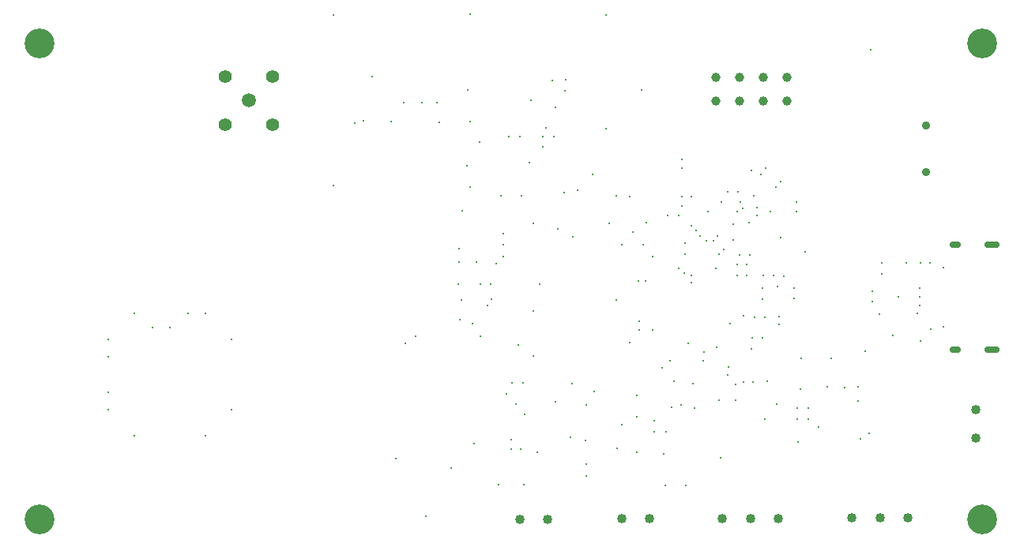
<source format=gbr>
%TF.GenerationSoftware,KiCad,Pcbnew,9.0.1*%
%TF.CreationDate,2025-04-20T12:39:59+07:00*%
%TF.ProjectId,IREC-FlighComputer,49524543-2d46-46c6-9967-68436f6d7075,rev?*%
%TF.SameCoordinates,Original*%
%TF.FileFunction,Plated,1,4,PTH,Mixed*%
%TF.FilePolarity,Positive*%
%FSLAX46Y46*%
G04 Gerber Fmt 4.6, Leading zero omitted, Abs format (unit mm)*
G04 Created by KiCad (PCBNEW 9.0.1) date 2025-04-20 12:39:59*
%MOMM*%
%LPD*%
G01*
G04 APERTURE LIST*
%TA.AperFunction,ViaDrill*%
%ADD10C,0.300000*%
%TD*%
%TA.AperFunction,ComponentDrill*%
%ADD11C,0.300000*%
%TD*%
G04 aperture for slot hole*
%TA.AperFunction,ComponentDrill*%
%ADD12C,0.650000*%
%TD*%
%TA.AperFunction,ComponentDrill*%
%ADD13C,0.890000*%
%TD*%
%TA.AperFunction,ComponentDrill*%
%ADD14C,1.000000*%
%TD*%
%TA.AperFunction,ComponentDrill*%
%ADD15C,1.020000*%
%TD*%
%TA.AperFunction,ComponentDrill*%
%ADD16C,1.397000*%
%TD*%
%TA.AperFunction,ComponentDrill*%
%ADD17C,1.498600*%
%TD*%
%TA.AperFunction,ComponentDrill*%
%ADD18C,3.200000*%
%TD*%
G04 APERTURE END LIST*
D10*
X106399996Y-94699999D03*
X106399996Y-96600000D03*
X106399996Y-100399998D03*
X106399996Y-102299999D03*
X109199998Y-91899997D03*
X109199998Y-105100001D03*
X111100000Y-93500000D03*
X112999998Y-93499998D03*
X114899997Y-91899997D03*
X116799998Y-91899997D03*
X116799998Y-105100001D03*
X119600000Y-94699999D03*
X119600000Y-102299999D03*
X130550000Y-59960000D03*
X130550000Y-78260000D03*
X132800000Y-71530000D03*
X133750000Y-71250000D03*
X134700000Y-66562500D03*
X136700000Y-71397500D03*
X137215000Y-107500000D03*
X138010000Y-69312500D03*
X138240000Y-95170000D03*
X139290000Y-94402500D03*
X140000000Y-69312500D03*
X140400000Y-113700000D03*
X141650000Y-69312500D03*
X141900000Y-71430000D03*
X143100000Y-108500000D03*
X143902500Y-88800000D03*
X143975000Y-84975000D03*
X143975000Y-86425000D03*
X144100000Y-92600000D03*
X144200000Y-90500000D03*
X144330000Y-80900000D03*
X144800000Y-76100000D03*
X144900000Y-67962500D03*
X145130000Y-59860000D03*
X145130000Y-78360000D03*
X145200000Y-71397500D03*
X145400000Y-93000000D03*
X145600000Y-105900000D03*
X145825000Y-86425000D03*
X146200000Y-73532500D03*
X146265000Y-88800000D03*
X146300000Y-94400000D03*
X146985340Y-91100000D03*
X147400000Y-88800000D03*
X147422626Y-90411095D03*
X147960000Y-86563953D03*
X148200000Y-110300000D03*
X148500000Y-79300000D03*
X148700000Y-83400000D03*
X148700000Y-84535000D03*
X148700000Y-85800000D03*
X149100000Y-100600000D03*
X149345000Y-73000000D03*
X149580000Y-105500000D03*
X149580000Y-106500000D03*
X149665000Y-99365000D03*
X150100000Y-101635000D03*
X150300000Y-95300000D03*
X150480000Y-73000000D03*
X150600000Y-106500000D03*
X150667500Y-79300000D03*
X150800000Y-99400000D03*
X150900000Y-110300000D03*
X151000000Y-102750000D03*
X151500000Y-75750000D03*
X151650000Y-69100000D03*
X151900000Y-91700000D03*
X151900000Y-96500000D03*
X151940000Y-82280000D03*
X152402500Y-106807500D03*
X152600000Y-88800000D03*
X152965000Y-73000000D03*
X152965000Y-74100000D03*
X153300000Y-72062500D03*
X154000000Y-67000000D03*
X154100000Y-73000000D03*
X154287500Y-69850000D03*
X154300000Y-101400000D03*
X154529843Y-82870157D03*
X155200000Y-79000000D03*
X155342500Y-68092500D03*
X155400000Y-66900000D03*
X155900000Y-105202500D03*
X156050000Y-99500000D03*
X156168753Y-83731247D03*
X156652108Y-78727123D03*
X157500000Y-105600000D03*
X157588000Y-101790000D03*
X157588000Y-108140000D03*
X157588000Y-109410000D03*
X158300000Y-77050000D03*
X158495000Y-100300000D03*
X159685735Y-72085735D03*
X159710000Y-59960000D03*
X160084485Y-82249525D03*
X160800000Y-79300000D03*
X160800000Y-90500000D03*
X160900000Y-106400000D03*
X161400000Y-84600000D03*
X161400000Y-103900000D03*
X162300000Y-79400000D03*
X162300000Y-95100000D03*
X162600000Y-83250000D03*
X163000000Y-100700000D03*
X163012000Y-103060000D03*
X163012000Y-106870000D03*
X163200000Y-88500000D03*
X163250000Y-92750000D03*
X163250000Y-93750000D03*
X163500000Y-68000000D03*
X163700000Y-84600000D03*
X164000000Y-88500000D03*
X164006456Y-82213130D03*
X164700000Y-93700000D03*
X164750000Y-85850000D03*
X164870000Y-103452500D03*
X164870000Y-104647500D03*
X165700000Y-97767500D03*
X165900000Y-107000000D03*
X166100000Y-110400000D03*
X166120000Y-104627500D03*
X166365000Y-81400000D03*
X166600000Y-97000000D03*
X166750000Y-102000000D03*
X167000000Y-99200000D03*
X167500000Y-81400000D03*
X167520806Y-87150000D03*
X167750000Y-101800000D03*
X167870000Y-76400000D03*
X167880000Y-79400000D03*
X167880000Y-80400000D03*
X167890000Y-75400000D03*
X168082185Y-87650000D03*
X168177341Y-85544841D03*
X168200000Y-84432500D03*
X168300000Y-110400000D03*
X168550000Y-95120425D03*
X168830332Y-87830332D03*
X168900000Y-79400000D03*
X168900000Y-82550000D03*
X168901495Y-88660000D03*
X169000000Y-99500000D03*
X169200000Y-102100000D03*
X169400000Y-83050000D03*
X169800000Y-83600000D03*
X170180000Y-97000000D03*
X170200000Y-96125000D03*
X170450000Y-84150000D03*
X170650000Y-81050000D03*
X171280021Y-84160019D03*
X171500000Y-87100000D03*
X171590000Y-95610000D03*
X171700000Y-83600000D03*
X171800018Y-101260000D03*
X171801748Y-85601748D03*
X172015000Y-107400000D03*
X172100000Y-80000000D03*
X172366336Y-85066336D03*
X172725003Y-98525003D03*
X172800000Y-78900000D03*
X172844238Y-97724999D03*
X173000000Y-93000000D03*
X173351748Y-84051748D03*
X173396489Y-82400000D03*
X173570000Y-99520000D03*
X173580000Y-101290000D03*
X173780000Y-87900000D03*
X173790000Y-86700000D03*
X173800000Y-81000000D03*
X173900000Y-78900000D03*
X174032500Y-85700000D03*
X174100000Y-80000000D03*
X174400000Y-80700000D03*
X174430000Y-99302500D03*
X174480000Y-92200000D03*
X174800000Y-87900000D03*
X174810000Y-86700000D03*
X175088817Y-82189001D03*
X175167500Y-85700000D03*
X175300000Y-76600000D03*
X175300000Y-95765000D03*
X175365000Y-94600000D03*
X175450000Y-99325000D03*
X175600000Y-79300000D03*
X175642500Y-92380000D03*
X175900000Y-80600000D03*
X175900000Y-81400000D03*
X176300000Y-77000000D03*
X176500000Y-94600000D03*
X176510000Y-89260000D03*
X176510000Y-90397500D03*
X176600000Y-87900000D03*
X176750000Y-103250000D03*
X176777500Y-92380000D03*
X176800000Y-76400000D03*
X177000000Y-99250000D03*
X177300000Y-81000000D03*
X177700000Y-87900000D03*
X177900000Y-78349000D03*
X178000000Y-101682500D03*
X178120000Y-89100000D03*
X178300000Y-92300000D03*
X178300000Y-93100000D03*
X178400000Y-77800000D03*
X178441250Y-83808750D03*
X178800000Y-87935000D03*
X180100000Y-80000000D03*
X180100000Y-81000000D03*
X180305000Y-105750000D03*
X180587500Y-100087500D03*
X180615000Y-96750000D03*
X181067500Y-85300000D03*
X182500000Y-104100000D03*
X183400000Y-99800000D03*
X183885000Y-96750000D03*
X185300000Y-99900000D03*
X186765000Y-99800000D03*
X186765000Y-101300000D03*
X187000000Y-105400000D03*
X187500000Y-96000000D03*
X187900000Y-104800000D03*
X188055000Y-63660000D03*
X188300000Y-89600000D03*
X188300000Y-90700000D03*
X189000000Y-92000000D03*
X189300000Y-86532500D03*
X189300000Y-87667500D03*
X190500000Y-94300000D03*
X191062500Y-90180000D03*
X191900000Y-86480000D03*
X193094445Y-91938522D03*
X193337500Y-89230000D03*
X193337500Y-90180000D03*
X193337500Y-91130000D03*
X193400000Y-86482500D03*
X193400000Y-94880000D03*
X194400000Y-86500000D03*
X194500000Y-93600000D03*
X195850000Y-87000000D03*
X195850000Y-93400000D03*
D11*
%TO.C,U3*%
X179912500Y-89200000D03*
X179912500Y-90300000D03*
%TO.C,U1*%
X180247500Y-102060000D03*
X180247500Y-103240000D03*
X181427500Y-102060000D03*
X181427500Y-103240000D03*
D12*
%TO.C,USB1*%
X197362500Y-84580000D02*
X196862500Y-84580000D01*
X197362500Y-95820000D02*
X196862500Y-95820000D01*
X201562500Y-84580000D02*
X200662500Y-84580000D01*
X201562500Y-95820000D02*
X200662500Y-95820000D01*
D13*
%TO.C,LS1*%
X194000000Y-71800000D03*
X194000000Y-76800000D03*
D14*
%TO.C,J4*%
X171520000Y-66660000D03*
X171520000Y-69200000D03*
X174060000Y-66660000D03*
X174060000Y-69200000D03*
X176600000Y-66660000D03*
X176600000Y-69200000D03*
X179140000Y-66660000D03*
X179140000Y-69200000D03*
D15*
%TO.C,J8*%
X150500000Y-114000000D03*
X153500000Y-114000000D03*
%TO.C,J7*%
X161400000Y-113960000D03*
X164400000Y-113960000D03*
%TO.C,J2*%
X172200000Y-113960000D03*
X175200000Y-113960000D03*
X178200000Y-113960000D03*
%TO.C,J10*%
X186100000Y-113900000D03*
X189100000Y-113900000D03*
X192100000Y-113900000D03*
%TO.C,J1*%
X199387500Y-102278250D03*
X199387500Y-105278250D03*
D16*
%TO.C,J3*%
X118894600Y-66557100D03*
X118894600Y-71662500D03*
X124000000Y-66557100D03*
X124000000Y-71662500D03*
D17*
X121447300Y-69109800D03*
D18*
%TO.C,H2*%
X99000000Y-63000000D03*
%TO.C,H4*%
X99000000Y-114000000D03*
%TO.C,H3*%
X200000000Y-63000000D03*
%TO.C,H1*%
X200000000Y-114000000D03*
M02*

</source>
